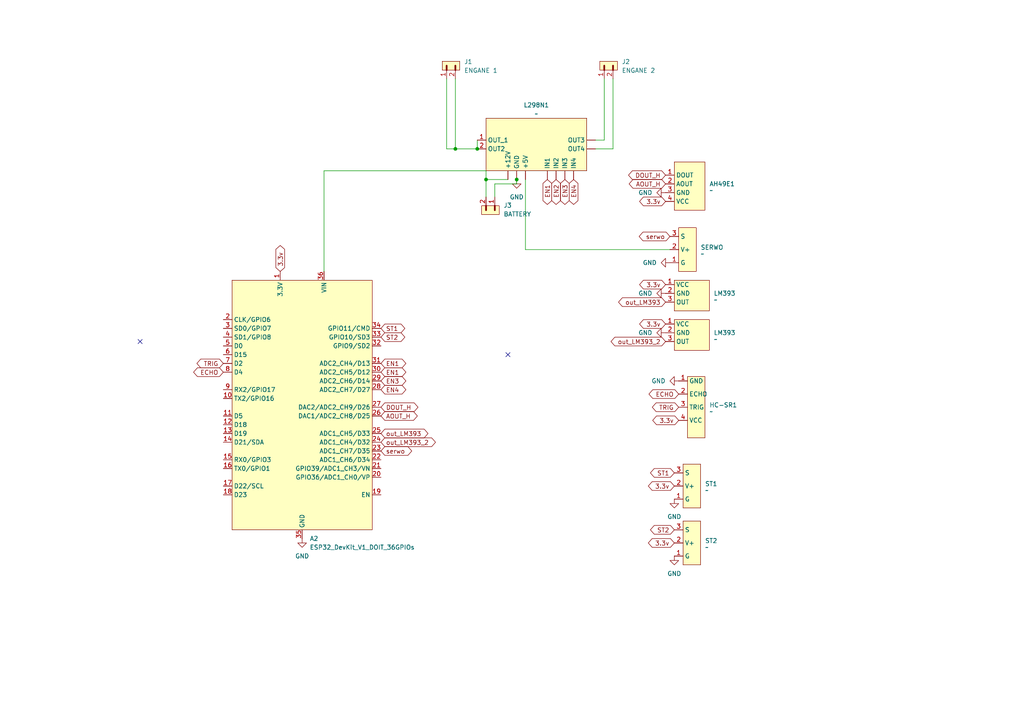
<source format=kicad_sch>
(kicad_sch
	(version 20231120)
	(generator "eeschema")
	(generator_version "8.0")
	(uuid "e45989ee-a3cd-4393-9822-d0d9550932d4")
	(paper "A4")
	(lib_symbols
		(symbol "ASE:AH49E_Hall"
			(exclude_from_sim no)
			(in_bom yes)
			(on_board yes)
			(property "Reference" "AH49E"
				(at 1.27 1.27 0)
				(effects
					(font
						(size 1.27 1.27)
					)
				)
			)
			(property "Value" ""
				(at 1.27 1.27 0)
				(effects
					(font
						(size 1.27 1.27)
					)
				)
			)
			(property "Footprint" ""
				(at 1.27 1.27 0)
				(effects
					(font
						(size 1.27 1.27)
					)
					(hide yes)
				)
			)
			(property "Datasheet" ""
				(at 1.27 1.27 0)
				(effects
					(font
						(size 1.27 1.27)
					)
					(hide yes)
				)
			)
			(property "Description" ""
				(at 1.27 1.27 0)
				(effects
					(font
						(size 1.27 1.27)
					)
					(hide yes)
				)
			)
			(symbol "AH49E_Hall_1_1"
				(rectangle
					(start -6.35 2.54)
					(end 7.62 -6.35)
					(stroke
						(width 0)
						(type default)
					)
					(fill
						(type background)
					)
				)
				(pin input line
					(at -2.54 -8.89 90)
					(length 2.54)
					(name "DOUT"
						(effects
							(font
								(size 1.27 1.27)
							)
						)
					)
					(number "1"
						(effects
							(font
								(size 1.27 1.27)
							)
						)
					)
				)
				(pin input line
					(at 0 -8.89 90)
					(length 2.54)
					(name "AOUT"
						(effects
							(font
								(size 1.27 1.27)
							)
						)
					)
					(number "2"
						(effects
							(font
								(size 1.27 1.27)
							)
						)
					)
				)
				(pin input line
					(at 2.54 -8.89 90)
					(length 2.54)
					(name "GND"
						(effects
							(font
								(size 1.27 1.27)
							)
						)
					)
					(number "3"
						(effects
							(font
								(size 1.27 1.27)
							)
						)
					)
				)
				(pin input line
					(at 5.08 -8.89 90)
					(length 2.54)
					(name "VCC"
						(effects
							(font
								(size 1.27 1.27)
							)
						)
					)
					(number "4"
						(effects
							(font
								(size 1.27 1.27)
							)
						)
					)
				)
			)
		)
		(symbol "ASE:HC-SR04"
			(exclude_from_sim no)
			(in_bom yes)
			(on_board yes)
			(property "Reference" "HC-SR1"
				(at -0.6351 3.81 90)
				(effects
					(font
						(size 1.27 1.27)
					)
					(justify left)
				)
			)
			(property "Value" "~"
				(at 1.27 3.81 90)
				(effects
					(font
						(size 1.27 1.27)
					)
					(justify left)
				)
			)
			(property "Footprint" ""
				(at 0 0 0)
				(effects
					(font
						(size 1.27 1.27)
					)
					(hide yes)
				)
			)
			(property "Datasheet" ""
				(at 0 0 0)
				(effects
					(font
						(size 1.27 1.27)
					)
					(hide yes)
				)
			)
			(property "Description" ""
				(at 0 0 0)
				(effects
					(font
						(size 1.27 1.27)
					)
					(hide yes)
				)
			)
			(symbol "HC-SR04_1_1"
				(rectangle
					(start -8.89 2.54)
					(end 8.89 -2.54)
					(stroke
						(width 0)
						(type default)
					)
					(fill
						(type background)
					)
				)
				(pin input line
					(at -7.62 -5.08 90)
					(length 2.54)
					(name "GND"
						(effects
							(font
								(size 1.27 1.27)
							)
						)
					)
					(number "1"
						(effects
							(font
								(size 1.27 1.27)
							)
						)
					)
				)
				(pin input line
					(at -3.81 -5.08 90)
					(length 2.54)
					(name "ECHO"
						(effects
							(font
								(size 1.27 1.27)
							)
						)
					)
					(number "2"
						(effects
							(font
								(size 1.27 1.27)
							)
						)
					)
				)
				(pin input line
					(at 0 -5.08 90)
					(length 2.54)
					(name "TRIG"
						(effects
							(font
								(size 1.27 1.27)
							)
						)
					)
					(number "3"
						(effects
							(font
								(size 1.27 1.27)
							)
						)
					)
				)
				(pin input line
					(at 3.81 -5.08 90)
					(length 2.54)
					(name "VCC"
						(effects
							(font
								(size 1.27 1.27)
							)
						)
					)
					(number "4"
						(effects
							(font
								(size 1.27 1.27)
							)
						)
					)
				)
			)
		)
		(symbol "ASE:LM393"
			(exclude_from_sim no)
			(in_bom yes)
			(on_board yes)
			(property "Reference" "U"
				(at 0 0 0)
				(effects
					(font
						(size 1.27 1.27)
					)
				)
			)
			(property "Value" ""
				(at 0 0 0)
				(effects
					(font
						(size 1.27 1.27)
					)
				)
			)
			(property "Footprint" ""
				(at 0 0 0)
				(effects
					(font
						(size 1.27 1.27)
					)
					(hide yes)
				)
			)
			(property "Datasheet" ""
				(at 0 0 0)
				(effects
					(font
						(size 1.27 1.27)
					)
					(hide yes)
				)
			)
			(property "Description" ""
				(at 0 0 0)
				(effects
					(font
						(size 1.27 1.27)
					)
					(hide yes)
				)
			)
			(symbol "LM393_1_1"
				(rectangle
					(start -5.08 3.81)
					(end 5.08 -5.08)
					(stroke
						(width 0)
						(type default)
					)
					(fill
						(type background)
					)
				)
				(pin input line
					(at -7.62 2.54 0)
					(length 2.54)
					(name "VCC"
						(effects
							(font
								(size 1.27 1.27)
							)
						)
					)
					(number "1"
						(effects
							(font
								(size 1.27 1.27)
							)
						)
					)
				)
				(pin input line
					(at -7.62 0 0)
					(length 2.54)
					(name "GND"
						(effects
							(font
								(size 1.27 1.27)
							)
						)
					)
					(number "2"
						(effects
							(font
								(size 1.27 1.27)
							)
						)
					)
				)
				(pin input line
					(at -7.62 -2.54 0)
					(length 2.54)
					(name "OUT"
						(effects
							(font
								(size 1.27 1.27)
							)
						)
					)
					(number "3"
						(effects
							(font
								(size 1.27 1.27)
							)
						)
					)
				)
			)
		)
		(symbol "ASE:Moduł_sterownika_L298N"
			(exclude_from_sim no)
			(in_bom yes)
			(on_board yes)
			(property "Reference" "L298N"
				(at 0 0 0)
				(effects
					(font
						(size 1.27 1.27)
					)
				)
			)
			(property "Value" ""
				(at 0 0 0)
				(effects
					(font
						(size 1.27 1.27)
					)
				)
			)
			(property "Footprint" ""
				(at 0 0 0)
				(effects
					(font
						(size 1.27 1.27)
					)
					(hide yes)
				)
			)
			(property "Datasheet" ""
				(at 0 0 0)
				(effects
					(font
						(size 1.27 1.27)
					)
					(hide yes)
				)
			)
			(property "Description" ""
				(at 0 0 0)
				(effects
					(font
						(size 1.27 1.27)
					)
					(hide yes)
				)
			)
			(symbol "Moduł_sterownika_L298N_1_1"
				(rectangle
					(start -13.97 7.62)
					(end 15.24 -7.62)
					(stroke
						(width 0)
						(type default)
					)
					(fill
						(type background)
					)
				)
				(pin input line
					(at -7.62 -10.16 90)
					(length 2.54)
					(name "+12V"
						(effects
							(font
								(size 1.27 1.27)
							)
						)
					)
					(number ""
						(effects
							(font
								(size 1.27 1.27)
							)
						)
					)
				)
				(pin input line
					(at -2.54 -10.16 90)
					(length 2.54)
					(name "+5V"
						(effects
							(font
								(size 1.27 1.27)
							)
						)
					)
					(number ""
						(effects
							(font
								(size 1.27 1.27)
							)
						)
					)
				)
				(pin input line
					(at -5.08 -10.16 90)
					(length 2.54)
					(name "GND"
						(effects
							(font
								(size 1.27 1.27)
							)
						)
					)
					(number ""
						(effects
							(font
								(size 1.27 1.27)
							)
						)
					)
				)
				(pin input line
					(at 3.81 -10.16 90)
					(length 2.54)
					(name "IN1"
						(effects
							(font
								(size 1.27 1.27)
							)
						)
					)
					(number ""
						(effects
							(font
								(size 1.27 1.27)
							)
						)
					)
				)
				(pin input line
					(at 6.35 -10.16 90)
					(length 2.54)
					(name "IN2"
						(effects
							(font
								(size 1.27 1.27)
							)
						)
					)
					(number ""
						(effects
							(font
								(size 1.27 1.27)
							)
						)
					)
				)
				(pin input line
					(at 8.89 -10.16 90)
					(length 2.54)
					(name "IN3"
						(effects
							(font
								(size 1.27 1.27)
							)
						)
					)
					(number ""
						(effects
							(font
								(size 1.27 1.27)
							)
						)
					)
				)
				(pin input line
					(at 11.43 -10.16 90)
					(length 2.54)
					(name "IN4"
						(effects
							(font
								(size 1.27 1.27)
							)
						)
					)
					(number ""
						(effects
							(font
								(size 1.27 1.27)
							)
						)
					)
				)
				(pin input line
					(at 17.78 1.27 180)
					(length 2.54)
					(name "OUT3"
						(effects
							(font
								(size 1.27 1.27)
							)
						)
					)
					(number ""
						(effects
							(font
								(size 1.27 1.27)
							)
						)
					)
				)
				(pin input line
					(at 17.78 -1.27 180)
					(length 2.54)
					(name "OUT4"
						(effects
							(font
								(size 1.27 1.27)
							)
						)
					)
					(number ""
						(effects
							(font
								(size 1.27 1.27)
							)
						)
					)
				)
				(pin input line
					(at -16.51 1.27 0)
					(length 2.54)
					(name "OUT_1"
						(effects
							(font
								(size 1.27 1.27)
							)
						)
					)
					(number "1"
						(effects
							(font
								(size 1.27 1.27)
							)
						)
					)
				)
				(pin input line
					(at -16.51 -1.27 0)
					(length 2.54)
					(name "OUT2"
						(effects
							(font
								(size 1.27 1.27)
							)
						)
					)
					(number "2"
						(effects
							(font
								(size 1.27 1.27)
							)
						)
					)
				)
			)
		)
		(symbol "ASE:ST1140"
			(exclude_from_sim no)
			(in_bom yes)
			(on_board yes)
			(property "Reference" "ST1140"
				(at 0 0 0)
				(effects
					(font
						(size 1.27 1.27)
					)
				)
			)
			(property "Value" ""
				(at 0 0 0)
				(effects
					(font
						(size 1.27 1.27)
					)
				)
			)
			(property "Footprint" ""
				(at 0 0 0)
				(effects
					(font
						(size 1.27 1.27)
					)
					(hide yes)
				)
			)
			(property "Datasheet" ""
				(at 0 0 0)
				(effects
					(font
						(size 1.27 1.27)
					)
					(hide yes)
				)
			)
			(property "Description" ""
				(at 0 0 0)
				(effects
					(font
						(size 1.27 1.27)
					)
					(hide yes)
				)
			)
			(symbol "ST1140_1_1"
				(rectangle
					(start -6.35 2.54)
					(end 6.35 -2.54)
					(stroke
						(width 0)
						(type default)
					)
					(fill
						(type background)
					)
				)
				(pin input line
					(at 3.81 -5.08 90)
					(length 2.54)
					(name "G"
						(effects
							(font
								(size 1.27 1.27)
							)
						)
					)
					(number "1"
						(effects
							(font
								(size 1.27 1.27)
							)
						)
					)
				)
				(pin input line
					(at 0 -5.08 90)
					(length 2.54)
					(name "V+"
						(effects
							(font
								(size 1.27 1.27)
							)
						)
					)
					(number "2"
						(effects
							(font
								(size 1.27 1.27)
							)
						)
					)
				)
				(pin input line
					(at -3.81 -5.08 90)
					(length 2.54)
					(name "S"
						(effects
							(font
								(size 1.27 1.27)
							)
						)
					)
					(number "3"
						(effects
							(font
								(size 1.27 1.27)
							)
						)
					)
				)
			)
		)
		(symbol "PCM_SL_Development_Board:ESP32_DevKit_V1_DOIT_36GPIOs"
			(exclude_from_sim no)
			(in_bom yes)
			(on_board yes)
			(property "Reference" "A"
				(at -13.97 36.83 0)
				(effects
					(font
						(size 1.27 1.27)
					)
				)
			)
			(property "Value" "ESP32_DevKit_V1_DOIT_36GPIOs"
				(at 0 -31.75 0)
				(effects
					(font
						(size 1.27 1.27)
					)
				)
			)
			(property "Footprint" "PCM_SL_Development_Boards:DOIT_ESP32_DEVKIT_36Pins"
				(at 1.27 -30.48 0)
				(effects
					(font
						(size 1.27 1.27)
					)
					(hide yes)
				)
			)
			(property "Datasheet" ""
				(at -13.97 36.83 0)
				(effects
					(font
						(size 1.27 1.27)
					)
					(hide yes)
				)
			)
			(property "Description" "Microcontroller module with ESP32 MCU, WiFi and Bluetooth"
				(at 0 0 0)
				(effects
					(font
						(size 1.27 1.27)
					)
					(hide yes)
				)
			)
			(property "ki_keywords" "ESP32"
				(at 0 0 0)
				(effects
					(font
						(size 1.27 1.27)
					)
					(hide yes)
				)
			)
			(symbol "ESP32_DevKit_V1_DOIT_36GPIOs_0_1"
				(rectangle
					(start -20.32 34.29)
					(end 20.32 -38.1)
					(stroke
						(width 0)
						(type default)
					)
					(fill
						(type background)
					)
				)
			)
			(symbol "ESP32_DevKit_V1_DOIT_36GPIOs_1_1"
				(pin power_in line
					(at -6.35 36.83 270)
					(length 2.54)
					(name "3.3V"
						(effects
							(font
								(size 1.27 1.27)
							)
						)
					)
					(number "1"
						(effects
							(font
								(size 1.27 1.27)
							)
						)
					)
				)
				(pin bidirectional line
					(at -22.86 0 0)
					(length 2.54)
					(name "TX2/GPIO16"
						(effects
							(font
								(size 1.27 1.27)
							)
						)
					)
					(number "10"
						(effects
							(font
								(size 1.27 1.27)
							)
						)
					)
				)
				(pin bidirectional line
					(at -22.86 -5.08 0)
					(length 2.54)
					(name "D5"
						(effects
							(font
								(size 1.27 1.27)
							)
						)
					)
					(number "11"
						(effects
							(font
								(size 1.27 1.27)
							)
						)
					)
				)
				(pin bidirectional line
					(at -22.86 -7.62 0)
					(length 2.54)
					(name "D18"
						(effects
							(font
								(size 1.27 1.27)
							)
						)
					)
					(number "12"
						(effects
							(font
								(size 1.27 1.27)
							)
						)
					)
				)
				(pin bidirectional line
					(at -22.86 -10.16 0)
					(length 2.54)
					(name "D19"
						(effects
							(font
								(size 1.27 1.27)
							)
						)
					)
					(number "13"
						(effects
							(font
								(size 1.27 1.27)
							)
						)
					)
				)
				(pin bidirectional line
					(at -22.86 -12.7 0)
					(length 2.54)
					(name "D21/SDA"
						(effects
							(font
								(size 1.27 1.27)
							)
						)
					)
					(number "14"
						(effects
							(font
								(size 1.27 1.27)
							)
						)
					)
				)
				(pin bidirectional line
					(at -22.86 -17.78 0)
					(length 2.54)
					(name "RX0/GPIO3"
						(effects
							(font
								(size 1.27 1.27)
							)
						)
					)
					(number "15"
						(effects
							(font
								(size 1.27 1.27)
							)
						)
					)
				)
				(pin bidirectional line
					(at -22.86 -20.32 0)
					(length 2.54)
					(name "TX0/GPIO1"
						(effects
							(font
								(size 1.27 1.27)
							)
						)
					)
					(number "16"
						(effects
							(font
								(size 1.27 1.27)
							)
						)
					)
				)
				(pin bidirectional line
					(at -22.86 -25.4 0)
					(length 2.54)
					(name "D22/SCL"
						(effects
							(font
								(size 1.27 1.27)
							)
						)
					)
					(number "17"
						(effects
							(font
								(size 1.27 1.27)
							)
						)
					)
				)
				(pin bidirectional line
					(at -22.86 -27.94 0)
					(length 2.54)
					(name "D23"
						(effects
							(font
								(size 1.27 1.27)
							)
						)
					)
					(number "18"
						(effects
							(font
								(size 1.27 1.27)
							)
						)
					)
				)
				(pin bidirectional line
					(at 22.86 -27.94 180)
					(length 2.54)
					(name "EN"
						(effects
							(font
								(size 1.27 1.27)
							)
						)
					)
					(number "19"
						(effects
							(font
								(size 1.27 1.27)
							)
						)
					)
				)
				(pin bidirectional line
					(at -22.86 22.86 0)
					(length 2.54)
					(name "CLK/GPIO6"
						(effects
							(font
								(size 1.27 1.27)
							)
						)
					)
					(number "2"
						(effects
							(font
								(size 1.27 1.27)
							)
						)
					)
				)
				(pin bidirectional line
					(at 22.86 -22.86 180)
					(length 2.54)
					(name "GPIO36/ADC1_CH0/VP"
						(effects
							(font
								(size 1.27 1.27)
							)
						)
					)
					(number "20"
						(effects
							(font
								(size 1.27 1.27)
							)
						)
					)
				)
				(pin bidirectional line
					(at 22.86 -20.32 180)
					(length 2.54)
					(name "GPIO39/ADC1_CH3/VN"
						(effects
							(font
								(size 1.27 1.27)
							)
						)
					)
					(number "21"
						(effects
							(font
								(size 1.27 1.27)
							)
						)
					)
				)
				(pin bidirectional line
					(at 22.86 -17.78 180)
					(length 2.54)
					(name "ADC1_CH6/D34"
						(effects
							(font
								(size 1.27 1.27)
							)
						)
					)
					(number "22"
						(effects
							(font
								(size 1.27 1.27)
							)
						)
					)
				)
				(pin bidirectional line
					(at 22.86 -15.24 180)
					(length 2.54)
					(name "ADC1_CH7/D35"
						(effects
							(font
								(size 1.27 1.27)
							)
						)
					)
					(number "23"
						(effects
							(font
								(size 1.27 1.27)
							)
						)
					)
				)
				(pin bidirectional line
					(at 22.86 -12.7 180)
					(length 2.54)
					(name "ADC1_CH4/D32"
						(effects
							(font
								(size 1.27 1.27)
							)
						)
					)
					(number "24"
						(effects
							(font
								(size 1.27 1.27)
							)
						)
					)
				)
				(pin bidirectional line
					(at 22.86 -10.16 180)
					(length 2.54)
					(name "ADC1_CH5/D33"
						(effects
							(font
								(size 1.27 1.27)
							)
						)
					)
					(number "25"
						(effects
							(font
								(size 1.27 1.27)
							)
						)
					)
				)
				(pin bidirectional line
					(at 22.86 -5.08 180)
					(length 2.54)
					(name "DAC1/ADC2_CH8/D25"
						(effects
							(font
								(size 1.27 1.27)
							)
						)
					)
					(number "26"
						(effects
							(font
								(size 1.27 1.27)
							)
						)
					)
				)
				(pin bidirectional line
					(at 22.86 -2.54 180)
					(length 2.54)
					(name "DAC2/ADC2_CH9/D26"
						(effects
							(font
								(size 1.27 1.27)
							)
						)
					)
					(number "27"
						(effects
							(font
								(size 1.27 1.27)
							)
						)
					)
				)
				(pin bidirectional line
					(at 22.86 2.54 180)
					(length 2.54)
					(name "ADC2_CH7/D27"
						(effects
							(font
								(size 1.27 1.27)
							)
						)
					)
					(number "28"
						(effects
							(font
								(size 1.27 1.27)
							)
						)
					)
				)
				(pin bidirectional line
					(at 22.86 5.08 180)
					(length 2.54)
					(name "ADC2_CH6/D14"
						(effects
							(font
								(size 1.27 1.27)
							)
						)
					)
					(number "29"
						(effects
							(font
								(size 1.27 1.27)
							)
						)
					)
				)
				(pin bidirectional line
					(at -22.86 20.32 0)
					(length 2.54)
					(name "SD0/GPIO7"
						(effects
							(font
								(size 1.27 1.27)
							)
						)
					)
					(number "3"
						(effects
							(font
								(size 1.27 1.27)
							)
						)
					)
				)
				(pin bidirectional line
					(at 22.86 7.62 180)
					(length 2.54)
					(name "ADC2_CH5/D12"
						(effects
							(font
								(size 1.27 1.27)
							)
						)
					)
					(number "30"
						(effects
							(font
								(size 1.27 1.27)
							)
						)
					)
				)
				(pin bidirectional line
					(at 22.86 10.16 180)
					(length 2.54)
					(name "ADC2_CH4/D13"
						(effects
							(font
								(size 1.27 1.27)
							)
						)
					)
					(number "31"
						(effects
							(font
								(size 1.27 1.27)
							)
						)
					)
				)
				(pin bidirectional line
					(at 22.86 15.24 180)
					(length 2.54)
					(name "GPIO9/SD2"
						(effects
							(font
								(size 1.27 1.27)
							)
						)
					)
					(number "32"
						(effects
							(font
								(size 1.27 1.27)
							)
						)
					)
				)
				(pin bidirectional line
					(at 22.86 17.78 180)
					(length 2.54)
					(name "GPIO10/SD3"
						(effects
							(font
								(size 1.27 1.27)
							)
						)
					)
					(number "33"
						(effects
							(font
								(size 1.27 1.27)
							)
						)
					)
				)
				(pin bidirectional line
					(at 22.86 20.32 180)
					(length 2.54)
					(name "GPIO11/CMD"
						(effects
							(font
								(size 1.27 1.27)
							)
						)
					)
					(number "34"
						(effects
							(font
								(size 1.27 1.27)
							)
						)
					)
				)
				(pin power_out line
					(at 0 -40.64 90)
					(length 2.54)
					(name "GND"
						(effects
							(font
								(size 1.27 1.27)
							)
						)
					)
					(number "35"
						(effects
							(font
								(size 1.27 1.27)
							)
						)
					)
				)
				(pin power_in line
					(at 6.35 36.83 270)
					(length 2.54)
					(name "VIN"
						(effects
							(font
								(size 1.27 1.27)
							)
						)
					)
					(number "36"
						(effects
							(font
								(size 1.27 1.27)
							)
						)
					)
				)
				(pin bidirectional line
					(at -22.86 17.78 0)
					(length 2.54)
					(name "SD1/GPIO8"
						(effects
							(font
								(size 1.27 1.27)
							)
						)
					)
					(number "4"
						(effects
							(font
								(size 1.27 1.27)
							)
						)
					)
				)
				(pin bidirectional line
					(at -22.86 15.24 0)
					(length 2.54)
					(name "D0"
						(effects
							(font
								(size 1.27 1.27)
							)
						)
					)
					(number "5"
						(effects
							(font
								(size 1.27 1.27)
							)
						)
					)
				)
				(pin bidirectional line
					(at -22.86 12.7 0)
					(length 2.54)
					(name "D15"
						(effects
							(font
								(size 1.27 1.27)
							)
						)
					)
					(number "6"
						(effects
							(font
								(size 1.27 1.27)
							)
						)
					)
				)
				(pin bidirectional line
					(at -22.86 10.16 0)
					(length 2.54)
					(name "D2"
						(effects
							(font
								(size 1.27 1.27)
							)
						)
					)
					(number "7"
						(effects
							(font
								(size 1.27 1.27)
							)
						)
					)
				)
				(pin bidirectional line
					(at -22.86 7.62 0)
					(length 2.54)
					(name "D4"
						(effects
							(font
								(size 1.27 1.27)
							)
						)
					)
					(number "8"
						(effects
							(font
								(size 1.27 1.27)
							)
						)
					)
				)
				(pin bidirectional line
					(at -22.86 2.54 0)
					(length 2.54)
					(name "RX2/GPIO17"
						(effects
							(font
								(size 1.27 1.27)
							)
						)
					)
					(number "9"
						(effects
							(font
								(size 1.27 1.27)
							)
						)
					)
				)
			)
		)
		(symbol "PCM_SL_Pin_Headers:PINHD_1x2_Male"
			(exclude_from_sim no)
			(in_bom yes)
			(on_board yes)
			(property "Reference" "J"
				(at 0 6.35 0)
				(effects
					(font
						(size 1.27 1.27)
					)
				)
			)
			(property "Value" "PINHD_1x2_Male"
				(at 0 3.81 0)
				(effects
					(font
						(size 1.27 1.27)
					)
				)
			)
			(property "Footprint" "Connector_PinHeader_2.54mm:PinHeader_1x02_P2.54mm_Vertical"
				(at 1.27 -3.81 0)
				(effects
					(font
						(size 1.27 1.27)
					)
					(hide yes)
				)
			)
			(property "Datasheet" ""
				(at 0 7.62 0)
				(effects
					(font
						(size 1.27 1.27)
					)
					(hide yes)
				)
			)
			(property "Description" "Pin Header male with pin space 2.54mm. Pin Count -2"
				(at 0 0 0)
				(effects
					(font
						(size 1.27 1.27)
					)
					(hide yes)
				)
			)
			(property "ki_keywords" "Pin Header"
				(at 0 0 0)
				(effects
					(font
						(size 1.27 1.27)
					)
					(hide yes)
				)
			)
			(property "ki_fp_filters" "PinHeader_1x02_P2.54mm*"
				(at 0 0 0)
				(effects
					(font
						(size 1.27 1.27)
					)
					(hide yes)
				)
			)
			(symbol "PINHD_1x2_Male_0_1"
				(rectangle
					(start -1.27 2.54)
					(end 1.27 -2.54)
					(stroke
						(width 0)
						(type default)
					)
					(fill
						(type background)
					)
				)
				(polyline
					(pts
						(xy -1.27 -1.27) (xy 0 -1.27)
					)
					(stroke
						(width 0.3)
						(type default)
					)
					(fill
						(type none)
					)
				)
				(polyline
					(pts
						(xy -1.27 -1.27) (xy 0 -1.27)
					)
					(stroke
						(width 0.5)
						(type default)
					)
					(fill
						(type none)
					)
				)
				(polyline
					(pts
						(xy -1.27 1.27) (xy 0 1.27)
					)
					(stroke
						(width 0.3)
						(type default)
					)
					(fill
						(type none)
					)
				)
				(polyline
					(pts
						(xy -1.27 1.27) (xy 0 1.27)
					)
					(stroke
						(width 0.5)
						(type default)
					)
					(fill
						(type none)
					)
				)
			)
			(symbol "PINHD_1x2_Male_1_1"
				(pin passive line
					(at -3.81 1.27 0)
					(length 2.54)
					(name ""
						(effects
							(font
								(size 1.27 1.27)
							)
						)
					)
					(number "1"
						(effects
							(font
								(size 1.27 1.27)
							)
						)
					)
				)
				(pin passive line
					(at -3.81 -1.27 0)
					(length 2.54)
					(name ""
						(effects
							(font
								(size 1.27 1.27)
							)
						)
					)
					(number "2"
						(effects
							(font
								(size 1.27 1.27)
							)
						)
					)
				)
			)
		)
		(symbol "power:GND"
			(power)
			(pin_numbers hide)
			(pin_names
				(offset 0) hide)
			(exclude_from_sim no)
			(in_bom yes)
			(on_board yes)
			(property "Reference" "#PWR"
				(at 0 -6.35 0)
				(effects
					(font
						(size 1.27 1.27)
					)
					(hide yes)
				)
			)
			(property "Value" "GND"
				(at 0 -3.81 0)
				(effects
					(font
						(size 1.27 1.27)
					)
				)
			)
			(property "Footprint" ""
				(at 0 0 0)
				(effects
					(font
						(size 1.27 1.27)
					)
					(hide yes)
				)
			)
			(property "Datasheet" ""
				(at 0 0 0)
				(effects
					(font
						(size 1.27 1.27)
					)
					(hide yes)
				)
			)
			(property "Description" "Power symbol creates a global label with name \"GND\" , ground"
				(at 0 0 0)
				(effects
					(font
						(size 1.27 1.27)
					)
					(hide yes)
				)
			)
			(property "ki_keywords" "global power"
				(at 0 0 0)
				(effects
					(font
						(size 1.27 1.27)
					)
					(hide yes)
				)
			)
			(symbol "GND_0_1"
				(polyline
					(pts
						(xy 0 0) (xy 0 -1.27) (xy 1.27 -1.27) (xy 0 -2.54) (xy -1.27 -1.27) (xy 0 -1.27)
					)
					(stroke
						(width 0)
						(type default)
					)
					(fill
						(type none)
					)
				)
			)
			(symbol "GND_1_1"
				(pin power_in line
					(at 0 0 270)
					(length 0)
					(name "~"
						(effects
							(font
								(size 1.27 1.27)
							)
						)
					)
					(number "1"
						(effects
							(font
								(size 1.27 1.27)
							)
						)
					)
				)
			)
		)
	)
	(junction
		(at 138.43 43.18)
		(diameter 0)
		(color 0 0 0 0)
		(uuid "32ce97e9-44d3-44bf-93b2-1348bc17e605")
	)
	(junction
		(at 140.97 52.07)
		(diameter 0)
		(color 0 0 0 0)
		(uuid "3e98bd5d-2ce9-49bd-8cd2-722995ddf6e3")
	)
	(junction
		(at 149.86 52.07)
		(diameter 0)
		(color 0 0 0 0)
		(uuid "8cb12416-7865-455a-8ceb-7c2aec120c5e")
	)
	(junction
		(at 132.08 43.18)
		(diameter 0)
		(color 0 0 0 0)
		(uuid "951c57f8-502f-4ce0-9794-b7c6f0ec83ea")
	)
	(no_connect
		(at 147.32 102.87)
		(uuid "9e5f9e3e-646c-4086-bd65-459c995752c4")
	)
	(no_connect
		(at 40.64 99.06)
		(uuid "f39f3bf3-2fb0-48c2-9500-3355c3073608")
	)
	(wire
		(pts
			(xy 152.4 72.39) (xy 194.31 72.39)
		)
		(stroke
			(width 0)
			(type default)
		)
		(uuid "0ad8ca43-1730-4377-a18c-c08ae964ba80")
	)
	(wire
		(pts
			(xy 175.26 40.64) (xy 172.72 40.64)
		)
		(stroke
			(width 0)
			(type default)
		)
		(uuid "0e5accaf-111e-4745-b959-ab6b5afe01b1")
	)
	(wire
		(pts
			(xy 132.08 43.18) (xy 129.54 43.18)
		)
		(stroke
			(width 0)
			(type default)
		)
		(uuid "2eeaeb4b-33ec-4c04-945a-45f6d371ae6a")
	)
	(wire
		(pts
			(xy 152.4 52.07) (xy 152.4 72.39)
		)
		(stroke
			(width 0)
			(type default)
		)
		(uuid "3893b722-c3d9-4569-a67d-2c4e7398954f")
	)
	(wire
		(pts
			(xy 177.8 43.18) (xy 177.8 22.86)
		)
		(stroke
			(width 0)
			(type default)
		)
		(uuid "439934dc-bdfe-44d3-a39a-f3117069b2d9")
	)
	(wire
		(pts
			(xy 93.98 49.53) (xy 93.98 78.74)
		)
		(stroke
			(width 0)
			(type default)
		)
		(uuid "4846144d-ccb5-4f9f-a787-d8af0209ea1e")
	)
	(wire
		(pts
			(xy 140.97 52.07) (xy 140.97 57.15)
		)
		(stroke
			(width 0)
			(type default)
		)
		(uuid "4ea1fa6d-ef9a-4331-b37b-cc5f0418e4d2")
	)
	(wire
		(pts
			(xy 129.54 43.18) (xy 129.54 22.86)
		)
		(stroke
			(width 0)
			(type default)
		)
		(uuid "665b4124-e175-4758-a3a5-61dd9f44cfd3")
	)
	(wire
		(pts
			(xy 149.86 53.34) (xy 149.86 52.07)
		)
		(stroke
			(width 0)
			(type default)
		)
		(uuid "6cae6095-591d-4f48-80c6-efe17bd9b96e")
	)
	(wire
		(pts
			(xy 93.98 49.53) (xy 140.97 49.53)
		)
		(stroke
			(width 0)
			(type default)
		)
		(uuid "8c09c96e-7f67-4690-8af4-dd7219d3a47d")
	)
	(wire
		(pts
			(xy 143.51 57.15) (xy 143.51 53.34)
		)
		(stroke
			(width 0)
			(type default)
		)
		(uuid "8e4add14-ca55-4aca-856d-a64b20000f56")
	)
	(wire
		(pts
			(xy 132.08 22.86) (xy 132.08 43.18)
		)
		(stroke
			(width 0)
			(type default)
		)
		(uuid "ac4756e0-a7b6-401c-a876-6bb52faa3766")
	)
	(wire
		(pts
			(xy 138.43 43.18) (xy 132.08 43.18)
		)
		(stroke
			(width 0)
			(type default)
		)
		(uuid "b70d95d9-a264-46f0-9e7f-eafb748bb449")
	)
	(wire
		(pts
			(xy 140.97 49.53) (xy 140.97 52.07)
		)
		(stroke
			(width 0)
			(type default)
		)
		(uuid "be5b6dfa-0f68-4369-843e-acc953ddeef1")
	)
	(wire
		(pts
			(xy 143.51 53.34) (xy 149.86 53.34)
		)
		(stroke
			(width 0)
			(type default)
		)
		(uuid "d6c72c79-7827-423e-ade3-c63d53cb42ec")
	)
	(wire
		(pts
			(xy 138.43 43.18) (xy 138.43 40.64)
		)
		(stroke
			(width 0)
			(type default)
		)
		(uuid "de31926d-16ca-4751-b062-1ffbed6711e8")
	)
	(wire
		(pts
			(xy 172.72 43.18) (xy 177.8 43.18)
		)
		(stroke
			(width 0)
			(type default)
		)
		(uuid "e3eb66c5-db46-484a-aa65-92c723ff361a")
	)
	(wire
		(pts
			(xy 140.97 52.07) (xy 147.32 52.07)
		)
		(stroke
			(width 0)
			(type default)
		)
		(uuid "ee80290e-f8bd-4327-b782-dc152db8770e")
	)
	(wire
		(pts
			(xy 175.26 40.64) (xy 175.26 22.86)
		)
		(stroke
			(width 0)
			(type default)
		)
		(uuid "f38ca134-3771-405f-8ff5-6b2062cbe1a0")
	)
	(global_label "AOUT_H"
		(shape bidirectional)
		(at 193.04 53.34 180)
		(fields_autoplaced yes)
		(effects
			(font
				(size 1.27 1.27)
			)
			(justify right)
		)
		(uuid "0035e789-798e-4d64-a8b0-e16fa277412f")
		(property "Intersheetrefs" "${INTERSHEET_REFS}"
			(at 181.9282 53.34 0)
			(effects
				(font
					(size 1.27 1.27)
				)
				(justify right)
				(hide yes)
			)
		)
	)
	(global_label "3.3v"
		(shape bidirectional)
		(at 196.85 121.92 180)
		(fields_autoplaced yes)
		(effects
			(font
				(size 1.27 1.27)
			)
			(justify right)
		)
		(uuid "0c84fbc9-a917-490e-b460-9fc89194ec1e")
		(property "Intersheetrefs" "${INTERSHEET_REFS}"
			(at 188.7621 121.92 0)
			(effects
				(font
					(size 1.27 1.27)
				)
				(justify right)
				(hide yes)
			)
		)
	)
	(global_label "3.3v"
		(shape bidirectional)
		(at 81.28 78.74 90)
		(fields_autoplaced yes)
		(effects
			(font
				(size 1.27 1.27)
			)
			(justify left)
		)
		(uuid "1b599878-ac3b-4d34-9265-017deab92546")
		(property "Intersheetrefs" "${INTERSHEET_REFS}"
			(at 81.28 70.6521 90)
			(effects
				(font
					(size 1.27 1.27)
				)
				(justify left)
				(hide yes)
			)
		)
	)
	(global_label "ST2"
		(shape bidirectional)
		(at 110.49 97.79 0)
		(fields_autoplaced yes)
		(effects
			(font
				(size 1.27 1.27)
			)
			(justify left)
		)
		(uuid "1c3f36d7-faa4-41af-bfad-7ff014db7039")
		(property "Intersheetrefs" "${INTERSHEET_REFS}"
			(at 117.9731 97.79 0)
			(effects
				(font
					(size 1.27 1.27)
				)
				(justify left)
				(hide yes)
			)
		)
	)
	(global_label "TRIG"
		(shape bidirectional)
		(at 196.85 118.11 180)
		(fields_autoplaced yes)
		(effects
			(font
				(size 1.27 1.27)
			)
			(justify right)
		)
		(uuid "1cb8fb9a-eeca-4ee3-b8ee-5c747a32a580")
		(property "Intersheetrefs" "${INTERSHEET_REFS}"
			(at 188.6411 118.11 0)
			(effects
				(font
					(size 1.27 1.27)
				)
				(justify right)
				(hide yes)
			)
		)
	)
	(global_label "TRIG"
		(shape bidirectional)
		(at 64.77 105.41 180)
		(fields_autoplaced yes)
		(effects
			(font
				(size 1.27 1.27)
			)
			(justify right)
		)
		(uuid "25983c58-95ba-40a6-9827-3f2ae8f9e604")
		(property "Intersheetrefs" "${INTERSHEET_REFS}"
			(at 56.5611 105.41 0)
			(effects
				(font
					(size 1.27 1.27)
				)
				(justify right)
				(hide yes)
			)
		)
	)
	(global_label "ST1"
		(shape bidirectional)
		(at 110.49 95.25 0)
		(fields_autoplaced yes)
		(effects
			(font
				(size 1.27 1.27)
			)
			(justify left)
		)
		(uuid "2721b6a3-b818-4cc8-a7a9-3a97bdf25071")
		(property "Intersheetrefs" "${INTERSHEET_REFS}"
			(at 117.9731 95.25 0)
			(effects
				(font
					(size 1.27 1.27)
				)
				(justify left)
				(hide yes)
			)
		)
	)
	(global_label "AOUT_H"
		(shape bidirectional)
		(at 110.49 120.65 0)
		(fields_autoplaced yes)
		(effects
			(font
				(size 1.27 1.27)
			)
			(justify left)
		)
		(uuid "2e912d1f-5de8-460a-9f08-1b4c5befabff")
		(property "Intersheetrefs" "${INTERSHEET_REFS}"
			(at 121.6018 120.65 0)
			(effects
				(font
					(size 1.27 1.27)
				)
				(justify left)
				(hide yes)
			)
		)
	)
	(global_label "serwo"
		(shape bidirectional)
		(at 194.31 68.58 180)
		(fields_autoplaced yes)
		(effects
			(font
				(size 1.27 1.27)
			)
			(justify right)
		)
		(uuid "381a3be5-5440-4897-bc15-1c2c8adf4d10")
		(property "Intersheetrefs" "${INTERSHEET_REFS}"
			(at 184.8311 68.58 0)
			(effects
				(font
					(size 1.27 1.27)
				)
				(justify right)
				(hide yes)
			)
		)
	)
	(global_label "EN1"
		(shape bidirectional)
		(at 110.49 105.41 0)
		(fields_autoplaced yes)
		(effects
			(font
				(size 1.27 1.27)
			)
			(justify left)
		)
		(uuid "3a039593-de38-4c8d-8a6e-c07c76d3bc21")
		(property "Intersheetrefs" "${INTERSHEET_REFS}"
			(at 118.2755 105.41 0)
			(effects
				(font
					(size 1.27 1.27)
				)
				(justify left)
				(hide yes)
			)
		)
	)
	(global_label "out_LM393_2"
		(shape bidirectional)
		(at 110.49 128.27 0)
		(fields_autoplaced yes)
		(effects
			(font
				(size 1.27 1.27)
			)
			(justify left)
		)
		(uuid "3c4753d5-4a81-4a98-aca9-cb0439d0522e")
		(property "Intersheetrefs" "${INTERSHEET_REFS}"
			(at 126.8629 128.27 0)
			(effects
				(font
					(size 1.27 1.27)
				)
				(justify left)
				(hide yes)
			)
		)
	)
	(global_label "out_LM393_2"
		(shape bidirectional)
		(at 193.04 99.06 180)
		(fields_autoplaced yes)
		(effects
			(font
				(size 1.27 1.27)
			)
			(justify right)
		)
		(uuid "3ed1668e-5504-4351-bdc4-059a9d60a4d3")
		(property "Intersheetrefs" "${INTERSHEET_REFS}"
			(at 176.6671 99.06 0)
			(effects
				(font
					(size 1.27 1.27)
				)
				(justify right)
				(hide yes)
			)
		)
	)
	(global_label "3.3v"
		(shape bidirectional)
		(at 193.04 58.42 180)
		(fields_autoplaced yes)
		(effects
			(font
				(size 1.27 1.27)
			)
			(justify right)
		)
		(uuid "42d311f1-aea3-4a26-8569-3afa75764cfd")
		(property "Intersheetrefs" "${INTERSHEET_REFS}"
			(at 184.9521 58.42 0)
			(effects
				(font
					(size 1.27 1.27)
				)
				(justify right)
				(hide yes)
			)
		)
	)
	(global_label "EN3"
		(shape bidirectional)
		(at 163.83 52.07 270)
		(fields_autoplaced yes)
		(effects
			(font
				(size 1.27 1.27)
			)
			(justify right)
		)
		(uuid "4851723a-3cce-4241-8603-60281f5c8df5")
		(property "Intersheetrefs" "${INTERSHEET_REFS}"
			(at 163.83 59.8555 90)
			(effects
				(font
					(size 1.27 1.27)
				)
				(justify right)
				(hide yes)
			)
		)
	)
	(global_label "3.3v"
		(shape bidirectional)
		(at 195.58 157.48 180)
		(fields_autoplaced yes)
		(effects
			(font
				(size 1.27 1.27)
			)
			(justify right)
		)
		(uuid "54450c34-dd4d-42df-83a5-bd7d88eb6e42")
		(property "Intersheetrefs" "${INTERSHEET_REFS}"
			(at 187.4921 157.48 0)
			(effects
				(font
					(size 1.27 1.27)
				)
				(justify right)
				(hide yes)
			)
		)
	)
	(global_label "3.3v"
		(shape bidirectional)
		(at 193.04 93.98 180)
		(fields_autoplaced yes)
		(effects
			(font
				(size 1.27 1.27)
			)
			(justify right)
		)
		(uuid "58c34afa-3d2a-4473-9855-4e0c3928e763")
		(property "Intersheetrefs" "${INTERSHEET_REFS}"
			(at 184.9521 93.98 0)
			(effects
				(font
					(size 1.27 1.27)
				)
				(justify right)
				(hide yes)
			)
		)
	)
	(global_label "3.3v"
		(shape bidirectional)
		(at 195.58 140.97 180)
		(fields_autoplaced yes)
		(effects
			(font
				(size 1.27 1.27)
			)
			(justify right)
		)
		(uuid "5f348b43-e98e-4dca-9220-d9dadc3a7a91")
		(property "Intersheetrefs" "${INTERSHEET_REFS}"
			(at 187.4921 140.97 0)
			(effects
				(font
					(size 1.27 1.27)
				)
				(justify right)
				(hide yes)
			)
		)
	)
	(global_label "EN1"
		(shape bidirectional)
		(at 158.75 52.07 270)
		(fields_autoplaced yes)
		(effects
			(font
				(size 1.27 1.27)
			)
			(justify right)
		)
		(uuid "70f9211f-f6af-4b95-9486-f25e3997bf51")
		(property "Intersheetrefs" "${INTERSHEET_REFS}"
			(at 158.75 59.8555 90)
			(effects
				(font
					(size 1.27 1.27)
				)
				(justify right)
				(hide yes)
			)
		)
	)
	(global_label "EN2"
		(shape bidirectional)
		(at 161.29 52.07 270)
		(fields_autoplaced yes)
		(effects
			(font
				(size 1.27 1.27)
			)
			(justify right)
		)
		(uuid "72b9c37f-bf4d-4a3c-84ba-b535264b893e")
		(property "Intersheetrefs" "${INTERSHEET_REFS}"
			(at 161.29 59.8555 90)
			(effects
				(font
					(size 1.27 1.27)
				)
				(justify right)
				(hide yes)
			)
		)
	)
	(global_label "out_LM393"
		(shape bidirectional)
		(at 193.04 87.63 180)
		(fields_autoplaced yes)
		(effects
			(font
				(size 1.27 1.27)
			)
			(justify right)
		)
		(uuid "8e187393-3bc4-42b7-9dfb-3a0c8a0a46a1")
		(property "Intersheetrefs" "${INTERSHEET_REFS}"
			(at 178.8442 87.63 0)
			(effects
				(font
					(size 1.27 1.27)
				)
				(justify right)
				(hide yes)
			)
		)
	)
	(global_label "ST1"
		(shape bidirectional)
		(at 195.58 137.16 180)
		(fields_autoplaced yes)
		(effects
			(font
				(size 1.27 1.27)
			)
			(justify right)
		)
		(uuid "a2ad9a76-5fbf-4d62-8da7-ef8bc8d40956")
		(property "Intersheetrefs" "${INTERSHEET_REFS}"
			(at 188.0969 137.16 0)
			(effects
				(font
					(size 1.27 1.27)
				)
				(justify right)
				(hide yes)
			)
		)
	)
	(global_label "3.3v"
		(shape bidirectional)
		(at 193.04 82.55 180)
		(fields_autoplaced yes)
		(effects
			(font
				(size 1.27 1.27)
			)
			(justify right)
		)
		(uuid "a67fe7e6-2a8c-4992-b969-d51484fb0292")
		(property "Intersheetrefs" "${INTERSHEET_REFS}"
			(at 184.9521 82.55 0)
			(effects
				(font
					(size 1.27 1.27)
				)
				(justify right)
				(hide yes)
			)
		)
	)
	(global_label "EN4"
		(shape bidirectional)
		(at 110.49 113.03 0)
		(fields_autoplaced yes)
		(effects
			(font
				(size 1.27 1.27)
			)
			(justify left)
		)
		(uuid "bef22466-887d-4694-92e3-da9fa68fe1bc")
		(property "Intersheetrefs" "${INTERSHEET_REFS}"
			(at 118.2755 113.03 0)
			(effects
				(font
					(size 1.27 1.27)
				)
				(justify left)
				(hide yes)
			)
		)
	)
	(global_label "DOUT_H"
		(shape bidirectional)
		(at 110.49 118.11 0)
		(fields_autoplaced yes)
		(effects
			(font
				(size 1.27 1.27)
			)
			(justify left)
		)
		(uuid "c1b7bc0b-a86f-430b-845c-08765eb3ee01")
		(property "Intersheetrefs" "${INTERSHEET_REFS}"
			(at 121.7832 118.11 0)
			(effects
				(font
					(size 1.27 1.27)
				)
				(justify left)
				(hide yes)
			)
		)
	)
	(global_label "ST2"
		(shape bidirectional)
		(at 195.58 153.67 180)
		(fields_autoplaced yes)
		(effects
			(font
				(size 1.27 1.27)
			)
			(justify right)
		)
		(uuid "c2358203-571a-45eb-87bf-a503b9823fcf")
		(property "Intersheetrefs" "${INTERSHEET_REFS}"
			(at 188.0969 153.67 0)
			(effects
				(font
					(size 1.27 1.27)
				)
				(justify right)
				(hide yes)
			)
		)
	)
	(global_label "EN3"
		(shape bidirectional)
		(at 110.49 110.49 0)
		(fields_autoplaced yes)
		(effects
			(font
				(size 1.27 1.27)
			)
			(justify left)
		)
		(uuid "d22b2db2-7351-4581-8761-35bedf0bd332")
		(property "Intersheetrefs" "${INTERSHEET_REFS}"
			(at 118.2755 110.49 0)
			(effects
				(font
					(size 1.27 1.27)
				)
				(justify left)
				(hide yes)
			)
		)
	)
	(global_label "ECHO"
		(shape bidirectional)
		(at 196.85 114.3 180)
		(fields_autoplaced yes)
		(effects
			(font
				(size 1.27 1.27)
			)
			(justify right)
		)
		(uuid "da1c0b16-d554-4dea-8cf1-edaaac864d9d")
		(property "Intersheetrefs" "${INTERSHEET_REFS}"
			(at 187.6735 114.3 0)
			(effects
				(font
					(size 1.27 1.27)
				)
				(justify right)
				(hide yes)
			)
		)
	)
	(global_label "DOUT_H"
		(shape bidirectional)
		(at 193.04 50.8 180)
		(fields_autoplaced yes)
		(effects
			(font
				(size 1.27 1.27)
			)
			(justify right)
		)
		(uuid "dc918d40-9c62-4f21-9127-648c6d1dd0b3")
		(property "Intersheetrefs" "${INTERSHEET_REFS}"
			(at 181.7468 50.8 0)
			(effects
				(font
					(size 1.27 1.27)
				)
				(justify right)
				(hide yes)
			)
		)
	)
	(global_label "EN1"
		(shape bidirectional)
		(at 110.49 107.95 0)
		(fields_autoplaced yes)
		(effects
			(font
				(size 1.27 1.27)
			)
			(justify left)
		)
		(uuid "dfd85726-07d7-45cd-b195-b66ac3c55e08")
		(property "Intersheetrefs" "${INTERSHEET_REFS}"
			(at 118.2755 107.95 0)
			(effects
				(font
					(size 1.27 1.27)
				)
				(justify left)
				(hide yes)
			)
		)
	)
	(global_label "ECHO"
		(shape bidirectional)
		(at 64.77 107.95 180)
		(fields_autoplaced yes)
		(effects
			(font
				(size 1.27 1.27)
			)
			(justify right)
		)
		(uuid "f096f79c-0891-4492-bff7-8ad5f75a65e6")
		(property "Intersheetrefs" "${INTERSHEET_REFS}"
			(at 55.5935 107.95 0)
			(effects
				(font
					(size 1.27 1.27)
				)
				(justify right)
				(hide yes)
			)
		)
	)
	(global_label "out_LM393"
		(shape bidirectional)
		(at 110.49 125.73 0)
		(fields_autoplaced yes)
		(effects
			(font
				(size 1.27 1.27)
			)
			(justify left)
		)
		(uuid "f0fcff29-f649-421d-a8bc-50c23fa13e77")
		(property "Intersheetrefs" "${INTERSHEET_REFS}"
			(at 124.6858 125.73 0)
			(effects
				(font
					(size 1.27 1.27)
				)
				(justify left)
				(hide yes)
			)
		)
	)
	(global_label "serwo"
		(shape bidirectional)
		(at 110.49 130.81 0)
		(fields_autoplaced yes)
		(effects
			(font
				(size 1.27 1.27)
			)
			(justify left)
		)
		(uuid "f7fccd0d-db18-4d3b-9a1e-6de4cf17e5cc")
		(property "Intersheetrefs" "${INTERSHEET_REFS}"
			(at 119.9689 130.81 0)
			(effects
				(font
					(size 1.27 1.27)
				)
				(justify left)
				(hide yes)
			)
		)
	)
	(global_label "EN4"
		(shape bidirectional)
		(at 166.37 52.07 270)
		(fields_autoplaced yes)
		(effects
			(font
				(size 1.27 1.27)
			)
			(justify right)
		)
		(uuid "f8e7c3a0-204f-4e7b-880e-c09a2e256046")
		(property "Intersheetrefs" "${INTERSHEET_REFS}"
			(at 166.37 59.8555 90)
			(effects
				(font
					(size 1.27 1.27)
				)
				(justify right)
				(hide yes)
			)
		)
	)
	(symbol
		(lib_id "ASE:ST1140")
		(at 200.66 157.48 270)
		(unit 1)
		(exclude_from_sim no)
		(in_bom yes)
		(on_board yes)
		(dnp no)
		(fields_autoplaced yes)
		(uuid "012a8573-72b2-41c3-a7b0-8525545edb88")
		(property "Reference" "ST2"
			(at 204.47 156.8449 90)
			(effects
				(font
					(size 1.27 1.27)
				)
				(justify left)
			)
		)
		(property "Value" "~"
			(at 204.47 158.75 90)
			(effects
				(font
					(size 1.27 1.27)
				)
				(justify left)
			)
		)
		(property "Footprint" ""
			(at 200.66 157.48 0)
			(effects
				(font
					(size 1.27 1.27)
				)
				(hide yes)
			)
		)
		(property "Datasheet" ""
			(at 200.66 157.48 0)
			(effects
				(font
					(size 1.27 1.27)
				)
				(hide yes)
			)
		)
		(property "Description" ""
			(at 200.66 157.48 0)
			(effects
				(font
					(size 1.27 1.27)
				)
				(hide yes)
			)
		)
		(pin "2"
			(uuid "88672acb-0809-40cd-a71c-ae100af9f328")
		)
		(pin "1"
			(uuid "e1b9be89-2454-46d7-afca-9557b24c117a")
		)
		(pin "3"
			(uuid "d0ea50fb-f26d-4f8c-8112-55b623c72856")
		)
		(instances
			(project "ase"
				(path "/e45989ee-a3cd-4393-9822-d0d9550932d4"
					(reference "ST2")
					(unit 1)
				)
			)
		)
	)
	(symbol
		(lib_id "ASE:LM393")
		(at 200.66 96.52 0)
		(unit 1)
		(exclude_from_sim no)
		(in_bom yes)
		(on_board yes)
		(dnp no)
		(fields_autoplaced yes)
		(uuid "02b54e8a-c4ef-45f9-af8d-73ec9c1c789b")
		(property "Reference" "LM393"
			(at 207.01 96.5199 0)
			(effects
				(font
					(size 1.27 1.27)
				)
				(justify left)
			)
		)
		(property "Value" "~"
			(at 207.01 98.425 0)
			(effects
				(font
					(size 1.27 1.27)
				)
				(justify left)
			)
		)
		(property "Footprint" ""
			(at 200.66 96.52 0)
			(effects
				(font
					(size 1.27 1.27)
				)
				(hide yes)
			)
		)
		(property "Datasheet" ""
			(at 200.66 96.52 0)
			(effects
				(font
					(size 1.27 1.27)
				)
				(hide yes)
			)
		)
		(property "Description" ""
			(at 200.66 96.52 0)
			(effects
				(font
					(size 1.27 1.27)
				)
				(hide yes)
			)
		)
		(pin "1"
			(uuid "7b1ce973-e9e6-4d38-91a6-1ec12ed2ebd0")
		)
		(pin "3"
			(uuid "f878ec0a-181e-4523-9dfd-196daf3b14cb")
		)
		(pin "2"
			(uuid "012a2e13-55e3-4567-96be-2ba3626e1014")
		)
		(instances
			(project "ase"
				(path "/e45989ee-a3cd-4393-9822-d0d9550932d4"
					(reference "LM393")
					(unit 1)
				)
			)
		)
	)
	(symbol
		(lib_id "ASE:Moduł_sterownika_L298N")
		(at 154.94 41.91 0)
		(unit 1)
		(exclude_from_sim no)
		(in_bom yes)
		(on_board yes)
		(dnp no)
		(fields_autoplaced yes)
		(uuid "1e93c114-aaae-4d2e-8b5e-df6514c4308c")
		(property "Reference" "L298N1"
			(at 155.575 30.48 0)
			(effects
				(font
					(size 1.27 1.27)
				)
			)
		)
		(property "Value" "~"
			(at 155.575 33.02 0)
			(effects
				(font
					(size 1.27 1.27)
				)
			)
		)
		(property "Footprint" ""
			(at 154.94 41.91 0)
			(effects
				(font
					(size 1.27 1.27)
				)
				(hide yes)
			)
		)
		(property "Datasheet" ""
			(at 154.94 41.91 0)
			(effects
				(font
					(size 1.27 1.27)
				)
				(hide yes)
			)
		)
		(property "Description" ""
			(at 154.94 41.91 0)
			(effects
				(font
					(size 1.27 1.27)
				)
				(hide yes)
			)
		)
		(pin ""
			(uuid "afa3e7e5-7717-4c4a-908c-c7578949f587")
		)
		(pin ""
			(uuid "f551fff5-3524-4b7f-81bc-8419d9c363bf")
		)
		(pin "2"
			(uuid "c2765419-97ba-4e70-ba1a-256f9df2a0aa")
		)
		(pin ""
			(uuid "0536565e-8731-4ada-9e73-2acf5ebbe98c")
		)
		(pin ""
			(uuid "3cb732e7-2fc7-437f-bf95-1625da2bcb78")
		)
		(pin ""
			(uuid "31f23d1d-9ba1-4abc-b065-2650dac39945")
		)
		(pin ""
			(uuid "6efe16f8-1b11-463b-92a5-dff0b755db95")
		)
		(pin "1"
			(uuid "b0c14d51-4d6a-4716-9c3c-42ff709ca20d")
		)
		(pin ""
			(uuid "0087afc5-d412-448f-bae2-686b337b1834")
		)
		(pin ""
			(uuid "69ad26eb-3741-4c99-a492-fb1da7044f38")
		)
		(pin ""
			(uuid "f599d046-8d96-45ca-bbc8-170e8303c644")
		)
		(instances
			(project "ase"
				(path "/e45989ee-a3cd-4393-9822-d0d9550932d4"
					(reference "L298N1")
					(unit 1)
				)
			)
		)
	)
	(symbol
		(lib_id "power:GND")
		(at 196.85 110.49 270)
		(unit 1)
		(exclude_from_sim no)
		(in_bom yes)
		(on_board yes)
		(dnp no)
		(fields_autoplaced yes)
		(uuid "2fc23626-9d56-40cd-ad06-277cd13b2992")
		(property "Reference" "#PWR04"
			(at 190.5 110.49 0)
			(effects
				(font
					(size 1.27 1.27)
				)
				(hide yes)
			)
		)
		(property "Value" "GND"
			(at 193.04 110.4899 90)
			(effects
				(font
					(size 1.27 1.27)
				)
				(justify right)
			)
		)
		(property "Footprint" ""
			(at 196.85 110.49 0)
			(effects
				(font
					(size 1.27 1.27)
				)
				(hide yes)
			)
		)
		(property "Datasheet" ""
			(at 196.85 110.49 0)
			(effects
				(font
					(size 1.27 1.27)
				)
				(hide yes)
			)
		)
		(property "Description" "Power symbol creates a global label with name \"GND\" , ground"
			(at 196.85 110.49 0)
			(effects
				(font
					(size 1.27 1.27)
				)
				(hide yes)
			)
		)
		(pin "1"
			(uuid "9afbe16f-b531-402c-9f2a-c2e5b643d56c")
		)
		(instances
			(project "ase"
				(path "/e45989ee-a3cd-4393-9822-d0d9550932d4"
					(reference "#PWR04")
					(unit 1)
				)
			)
		)
	)
	(symbol
		(lib_id "PCM_SL_Pin_Headers:PINHD_1x2_Male")
		(at 142.24 60.96 270)
		(unit 1)
		(exclude_from_sim no)
		(in_bom yes)
		(on_board yes)
		(dnp no)
		(fields_autoplaced yes)
		(uuid "3cfc798b-1962-423f-8575-848438f41eab")
		(property "Reference" "J3"
			(at 146.05 59.5649 90)
			(effects
				(font
					(size 1.27 1.27)
				)
				(justify left)
			)
		)
		(property "Value" "BATTERY"
			(at 146.05 62.1049 90)
			(effects
				(font
					(size 1.27 1.27)
				)
				(justify left)
			)
		)
		(property "Footprint" "Connector_PinHeader_2.54mm:PinHeader_1x02_P2.54mm_Vertical"
			(at 138.43 62.23 0)
			(effects
				(font
					(size 1.27 1.27)
				)
				(hide yes)
			)
		)
		(property "Datasheet" ""
			(at 149.86 60.96 0)
			(effects
				(font
					(size 1.27 1.27)
				)
				(hide yes)
			)
		)
		(property "Description" "Pin Header male with pin space 2.54mm. Pin Count -2"
			(at 142.24 60.96 0)
			(effects
				(font
					(size 1.27 1.27)
				)
				(hide yes)
			)
		)
		(pin "1"
			(uuid "58e10b83-481e-47ab-9337-6b1bf0873649")
		)
		(pin "2"
			(uuid "dc35d53c-0549-466b-8e6d-98b9cb1d6270")
		)
		(instances
			(project "ase"
				(path "/e45989ee-a3cd-4393-9822-d0d9550932d4"
					(reference "J3")
					(unit 1)
				)
			)
		)
	)
	(symbol
		(lib_id "power:GND")
		(at 193.04 85.09 270)
		(unit 1)
		(exclude_from_sim no)
		(in_bom yes)
		(on_board yes)
		(dnp no)
		(fields_autoplaced yes)
		(uuid "414c8a95-2d51-4f37-88d4-a8a766e3dbbe")
		(property "Reference" "#PWR06"
			(at 186.69 85.09 0)
			(effects
				(font
					(size 1.27 1.27)
				)
				(hide yes)
			)
		)
		(property "Value" "GND"
			(at 189.23 85.0899 90)
			(effects
				(font
					(size 1.27 1.27)
				)
				(justify right)
			)
		)
		(property "Footprint" ""
			(at 193.04 85.09 0)
			(effects
				(font
					(size 1.27 1.27)
				)
				(hide yes)
			)
		)
		(property "Datasheet" ""
			(at 193.04 85.09 0)
			(effects
				(font
					(size 1.27 1.27)
				)
				(hide yes)
			)
		)
		(property "Description" "Power symbol creates a global label with name \"GND\" , ground"
			(at 193.04 85.09 0)
			(effects
				(font
					(size 1.27 1.27)
				)
				(hide yes)
			)
		)
		(pin "1"
			(uuid "b22a57c4-4d83-471e-843d-40ea04be3ae2")
		)
		(instances
			(project "ase"
				(path "/e45989ee-a3cd-4393-9822-d0d9550932d4"
					(reference "#PWR06")
					(unit 1)
				)
			)
		)
	)
	(symbol
		(lib_id "PCM_SL_Pin_Headers:PINHD_1x2_Male")
		(at 176.53 19.05 90)
		(unit 1)
		(exclude_from_sim no)
		(in_bom yes)
		(on_board yes)
		(dnp no)
		(fields_autoplaced yes)
		(uuid "5187fca2-01fe-44f8-a67a-736a43334244")
		(property "Reference" "J2"
			(at 180.34 17.9049 90)
			(effects
				(font
					(size 1.27 1.27)
				)
				(justify right)
			)
		)
		(property "Value" "ENGANE 2"
			(at 180.34 20.4449 90)
			(effects
				(font
					(size 1.27 1.27)
				)
				(justify right)
			)
		)
		(property "Footprint" "Connector_PinHeader_2.54mm:PinHeader_1x02_P2.54mm_Vertical"
			(at 180.34 17.78 0)
			(effects
				(font
					(size 1.27 1.27)
				)
				(hide yes)
			)
		)
		(property "Datasheet" ""
			(at 168.91 19.05 0)
			(effects
				(font
					(size 1.27 1.27)
				)
				(hide yes)
			)
		)
		(property "Description" "Pin Header male with pin space 2.54mm. Pin Count -2"
			(at 176.53 19.05 0)
			(effects
				(font
					(size 1.27 1.27)
				)
				(hide yes)
			)
		)
		(pin "1"
			(uuid "7d401f1d-2703-4ac6-853a-ece1d139c807")
		)
		(pin "2"
			(uuid "bba34f3e-88c4-4a4c-8a90-370f3e950a5f")
		)
		(instances
			(project "ase"
				(path "/e45989ee-a3cd-4393-9822-d0d9550932d4"
					(reference "J2")
					(unit 1)
				)
			)
		)
	)
	(symbol
		(lib_id "power:GND")
		(at 149.86 52.07 0)
		(unit 1)
		(exclude_from_sim no)
		(in_bom yes)
		(on_board yes)
		(dnp no)
		(fields_autoplaced yes)
		(uuid "61f5896f-046c-43c2-ab2c-53b9d239d802")
		(property "Reference" "#PWR07"
			(at 149.86 58.42 0)
			(effects
				(font
					(size 1.27 1.27)
				)
				(hide yes)
			)
		)
		(property "Value" "GND"
			(at 149.86 57.15 0)
			(effects
				(font
					(size 1.27 1.27)
				)
			)
		)
		(property "Footprint" ""
			(at 149.86 52.07 0)
			(effects
				(font
					(size 1.27 1.27)
				)
				(hide yes)
			)
		)
		(property "Datasheet" ""
			(at 149.86 52.07 0)
			(effects
				(font
					(size 1.27 1.27)
				)
				(hide yes)
			)
		)
		(property "Description" "Power symbol creates a global label with name \"GND\" , ground"
			(at 149.86 52.07 0)
			(effects
				(font
					(size 1.27 1.27)
				)
				(hide yes)
			)
		)
		(pin "1"
			(uuid "0286e6e5-2cff-4081-adf3-241b38acde3c")
		)
		(instances
			(project "ase"
				(path "/e45989ee-a3cd-4393-9822-d0d9550932d4"
					(reference "#PWR07")
					(unit 1)
				)
			)
		)
	)
	(symbol
		(lib_id "ASE:HC-SR04")
		(at 201.93 118.11 270)
		(unit 1)
		(exclude_from_sim no)
		(in_bom yes)
		(on_board yes)
		(dnp no)
		(fields_autoplaced yes)
		(uuid "77614ce3-9dfb-4da8-a7d0-59490dc80c4d")
		(property "Reference" "HC-SR1"
			(at 205.74 117.4749 90)
			(effects
				(font
					(size 1.27 1.27)
				)
				(justify left)
			)
		)
		(property "Value" "~"
			(at 205.74 119.38 90)
			(effects
				(font
					(size 1.27 1.27)
				)
				(justify left)
			)
		)
		(property "Footprint" ""
			(at 201.93 118.11 0)
			(effects
				(font
					(size 1.27 1.27)
				)
				(hide yes)
			)
		)
		(property "Datasheet" ""
			(at 201.93 118.11 0)
			(effects
				(font
					(size 1.27 1.27)
				)
				(hide yes)
			)
		)
		(property "Description" ""
			(at 201.93 118.11 0)
			(effects
				(font
					(size 1.27 1.27)
				)
				(hide yes)
			)
		)
		(pin "3"
			(uuid "bf8224fc-687d-497a-938d-25fc351aa9c9")
		)
		(pin "1"
			(uuid "06240c34-eb24-4705-8592-e9ce306ea504")
		)
		(pin "4"
			(uuid "23951dbb-40de-4a47-8b3c-3ac898a71a43")
		)
		(pin "2"
			(uuid "182baade-ff66-4b16-902f-912caefd32dc")
		)
		(instances
			(project "ase"
				(path "/e45989ee-a3cd-4393-9822-d0d9550932d4"
					(reference "HC-SR1")
					(unit 1)
				)
			)
		)
	)
	(symbol
		(lib_id "power:GND")
		(at 193.04 55.88 270)
		(unit 1)
		(exclude_from_sim no)
		(in_bom yes)
		(on_board yes)
		(dnp no)
		(fields_autoplaced yes)
		(uuid "7a2e6f72-28fa-4ec0-b411-1007a68c81ef")
		(property "Reference" "#PWR09"
			(at 186.69 55.88 0)
			(effects
				(font
					(size 1.27 1.27)
				)
				(hide yes)
			)
		)
		(property "Value" "GND"
			(at 189.23 55.8799 90)
			(effects
				(font
					(size 1.27 1.27)
				)
				(justify right)
			)
		)
		(property "Footprint" ""
			(at 193.04 55.88 0)
			(effects
				(font
					(size 1.27 1.27)
				)
				(hide yes)
			)
		)
		(property "Datasheet" ""
			(at 193.04 55.88 0)
			(effects
				(font
					(size 1.27 1.27)
				)
				(hide yes)
			)
		)
		(property "Description" "Power symbol creates a global label with name \"GND\" , ground"
			(at 193.04 55.88 0)
			(effects
				(font
					(size 1.27 1.27)
				)
				(hide yes)
			)
		)
		(pin "1"
			(uuid "1004303a-f3c4-48a9-8172-1042e45b8743")
		)
		(instances
			(project "ase"
				(path "/e45989ee-a3cd-4393-9822-d0d9550932d4"
					(reference "#PWR09")
					(unit 1)
				)
			)
		)
	)
	(symbol
		(lib_id "ASE:ST1140")
		(at 199.39 72.39 270)
		(unit 1)
		(exclude_from_sim no)
		(in_bom yes)
		(on_board yes)
		(dnp no)
		(fields_autoplaced yes)
		(uuid "832df65e-35c7-413b-89ec-7db1ad0e55d0")
		(property "Reference" "SERWO"
			(at 203.2 71.7549 90)
			(effects
				(font
					(size 1.27 1.27)
				)
				(justify left)
			)
		)
		(property "Value" "~"
			(at 203.2 73.66 90)
			(effects
				(font
					(size 1.27 1.27)
				)
				(justify left)
			)
		)
		(property "Footprint" ""
			(at 199.39 72.39 0)
			(effects
				(font
					(size 1.27 1.27)
				)
				(hide yes)
			)
		)
		(property "Datasheet" ""
			(at 199.39 72.39 0)
			(effects
				(font
					(size 1.27 1.27)
				)
				(hide yes)
			)
		)
		(property "Description" ""
			(at 199.39 72.39 0)
			(effects
				(font
					(size 1.27 1.27)
				)
				(hide yes)
			)
		)
		(pin "3"
			(uuid "5ae99db2-d192-402d-8dbb-f9929601c343")
		)
		(pin "2"
			(uuid "7bd8b3b3-630a-43b5-b8aa-d8d8634a01bc")
		)
		(pin "1"
			(uuid "ac572863-95c2-475c-940e-d2b3dc10f268")
		)
		(instances
			(project "ase"
				(path "/e45989ee-a3cd-4393-9822-d0d9550932d4"
					(reference "SERWO")
					(unit 1)
				)
			)
		)
	)
	(symbol
		(lib_id "power:GND")
		(at 87.63 156.21 0)
		(unit 1)
		(exclude_from_sim no)
		(in_bom yes)
		(on_board yes)
		(dnp no)
		(fields_autoplaced yes)
		(uuid "95fcce5e-773f-466e-928a-3dd90c2683c6")
		(property "Reference" "#PWR01"
			(at 87.63 162.56 0)
			(effects
				(font
					(size 1.27 1.27)
				)
				(hide yes)
			)
		)
		(property "Value" "GND"
			(at 87.63 161.29 0)
			(effects
				(font
					(size 1.27 1.27)
				)
			)
		)
		(property "Footprint" ""
			(at 87.63 156.21 0)
			(effects
				(font
					(size 1.27 1.27)
				)
				(hide yes)
			)
		)
		(property "Datasheet" ""
			(at 87.63 156.21 0)
			(effects
				(font
					(size 1.27 1.27)
				)
				(hide yes)
			)
		)
		(property "Description" "Power symbol creates a global label with name \"GND\" , ground"
			(at 87.63 156.21 0)
			(effects
				(font
					(size 1.27 1.27)
				)
				(hide yes)
			)
		)
		(pin "1"
			(uuid "2eb48440-6067-48a6-a760-7cec69f548c3")
		)
		(instances
			(project "ase"
				(path "/e45989ee-a3cd-4393-9822-d0d9550932d4"
					(reference "#PWR01")
					(unit 1)
				)
			)
		)
	)
	(symbol
		(lib_id "PCM_SL_Pin_Headers:PINHD_1x2_Male")
		(at 130.81 19.05 90)
		(unit 1)
		(exclude_from_sim no)
		(in_bom yes)
		(on_board yes)
		(dnp no)
		(fields_autoplaced yes)
		(uuid "9d7f2c47-95fe-4f14-bd84-c91fe5ca1d73")
		(property "Reference" "J1"
			(at 134.62 17.9049 90)
			(effects
				(font
					(size 1.27 1.27)
				)
				(justify right)
			)
		)
		(property "Value" "ENGANE 1"
			(at 134.62 20.4449 90)
			(effects
				(font
					(size 1.27 1.27)
				)
				(justify right)
			)
		)
		(property "Footprint" "Connector_PinHeader_2.54mm:PinHeader_1x02_P2.54mm_Vertical"
			(at 134.62 17.78 0)
			(effects
				(font
					(size 1.27 1.27)
				)
				(hide yes)
			)
		)
		(property "Datasheet" ""
			(at 123.19 19.05 0)
			(effects
				(font
					(size 1.27 1.27)
				)
				(hide yes)
			)
		)
		(property "Description" "Pin Header male with pin space 2.54mm. Pin Count -2"
			(at 130.81 19.05 0)
			(effects
				(font
					(size 1.27 1.27)
				)
				(hide yes)
			)
		)
		(pin "1"
			(uuid "94c58db8-23b8-4443-abb5-466fe2fd1a6b")
		)
		(pin "2"
			(uuid "84f931a2-b182-4439-a50e-5983a8811293")
		)
		(instances
			(project "ase"
				(path "/e45989ee-a3cd-4393-9822-d0d9550932d4"
					(reference "J1")
					(unit 1)
				)
			)
		)
	)
	(symbol
		(lib_id "power:GND")
		(at 195.58 144.78 0)
		(unit 1)
		(exclude_from_sim no)
		(in_bom yes)
		(on_board yes)
		(dnp no)
		(fields_autoplaced yes)
		(uuid "bafb7ca6-ddb4-4f99-b0ef-c7eecc9907d2")
		(property "Reference" "#PWR03"
			(at 195.58 151.13 0)
			(effects
				(font
					(size 1.27 1.27)
				)
				(hide yes)
			)
		)
		(property "Value" "GND"
			(at 195.58 149.86 0)
			(effects
				(font
					(size 1.27 1.27)
				)
			)
		)
		(property "Footprint" ""
			(at 195.58 144.78 0)
			(effects
				(font
					(size 1.27 1.27)
				)
				(hide yes)
			)
		)
		(property "Datasheet" ""
			(at 195.58 144.78 0)
			(effects
				(font
					(size 1.27 1.27)
				)
				(hide yes)
			)
		)
		(property "Description" "Power symbol creates a global label with name \"GND\" , ground"
			(at 195.58 144.78 0)
			(effects
				(font
					(size 1.27 1.27)
				)
				(hide yes)
			)
		)
		(pin "1"
			(uuid "2e7c15c3-2040-4069-bce8-67cb068c9c19")
		)
		(instances
			(project "ase"
				(path "/e45989ee-a3cd-4393-9822-d0d9550932d4"
					(reference "#PWR03")
					(unit 1)
				)
			)
		)
	)
	(symbol
		(lib_id "power:GND")
		(at 195.58 161.29 0)
		(unit 1)
		(exclude_from_sim no)
		(in_bom yes)
		(on_board yes)
		(dnp no)
		(fields_autoplaced yes)
		(uuid "be035376-994f-4598-b047-5c96081d02ed")
		(property "Reference" "#PWR02"
			(at 195.58 167.64 0)
			(effects
				(font
					(size 1.27 1.27)
				)
				(hide yes)
			)
		)
		(property "Value" "GND"
			(at 195.58 166.37 0)
			(effects
				(font
					(size 1.27 1.27)
				)
			)
		)
		(property "Footprint" ""
			(at 195.58 161.29 0)
			(effects
				(font
					(size 1.27 1.27)
				)
				(hide yes)
			)
		)
		(property "Datasheet" ""
			(at 195.58 161.29 0)
			(effects
				(font
					(size 1.27 1.27)
				)
				(hide yes)
			)
		)
		(property "Description" "Power symbol creates a global label with name \"GND\" , ground"
			(at 195.58 161.29 0)
			(effects
				(font
					(size 1.27 1.27)
				)
				(hide yes)
			)
		)
		(pin "1"
			(uuid "5bf92d58-d2b7-49fa-9f2e-2a8e2f187045")
		)
		(instances
			(project "ase"
				(path "/e45989ee-a3cd-4393-9822-d0d9550932d4"
					(reference "#PWR02")
					(unit 1)
				)
			)
		)
	)
	(symbol
		(lib_id "ASE:LM393")
		(at 200.66 85.09 0)
		(unit 1)
		(exclude_from_sim no)
		(in_bom yes)
		(on_board yes)
		(dnp no)
		(fields_autoplaced yes)
		(uuid "c844891a-d280-416a-8092-ca32dad6c676")
		(property "Reference" "LM393"
			(at 207.01 85.0899 0)
			(effects
				(font
					(size 1.27 1.27)
				)
				(justify left)
			)
		)
		(property "Value" "~"
			(at 207.01 86.995 0)
			(effects
				(font
					(size 1.27 1.27)
				)
				(justify left)
			)
		)
		(property "Footprint" ""
			(at 200.66 85.09 0)
			(effects
				(font
					(size 1.27 1.27)
				)
				(hide yes)
			)
		)
		(property "Datasheet" ""
			(at 200.66 85.09 0)
			(effects
				(font
					(size 1.27 1.27)
				)
				(hide yes)
			)
		)
		(property "Description" ""
			(at 200.66 85.09 0)
			(effects
				(font
					(size 1.27 1.27)
				)
				(hide yes)
			)
		)
		(pin "1"
			(uuid "4f8565ec-e1f9-428a-ad71-6c9f8baf230b")
		)
		(pin "3"
			(uuid "d28c54c0-6223-47b9-9038-0cf6ac7a3a7d")
		)
		(pin "2"
			(uuid "b88836b6-91c7-4351-b0ab-4a29222e36e2")
		)
		(instances
			(project "ase"
				(path "/e45989ee-a3cd-4393-9822-d0d9550932d4"
					(reference "LM393")
					(unit 1)
				)
			)
		)
	)
	(symbol
		(lib_id "ASE:AH49E_Hall")
		(at 201.93 53.34 270)
		(unit 1)
		(exclude_from_sim no)
		(in_bom yes)
		(on_board yes)
		(dnp no)
		(fields_autoplaced yes)
		(uuid "c92c7024-b384-44d6-af70-40a2ddd736a1")
		(property "Reference" "AH49E1"
			(at 205.74 53.3399 90)
			(effects
				(font
					(size 1.27 1.27)
				)
				(justify left)
			)
		)
		(property "Value" "~"
			(at 205.74 55.245 90)
			(effects
				(font
					(size 1.27 1.27)
				)
				(justify left)
			)
		)
		(property "Footprint" ""
			(at 203.2 54.61 0)
			(effects
				(font
					(size 1.27 1.27)
				)
				(hide yes)
			)
		)
		(property "Datasheet" ""
			(at 203.2 54.61 0)
			(effects
				(font
					(size 1.27 1.27)
				)
				(hide yes)
			)
		)
		(property "Description" ""
			(at 203.2 54.61 0)
			(effects
				(font
					(size 1.27 1.27)
				)
				(hide yes)
			)
		)
		(pin "4"
			(uuid "82da73a1-eabf-46ff-9396-7286a4c69733")
		)
		(pin "1"
			(uuid "f3998bde-bbff-430d-98b7-75b6ae6c659d")
		)
		(pin "3"
			(uuid "6d8e4a65-43cc-458f-837e-9e46cfc50496")
		)
		(pin "2"
			(uuid "435c4adb-d2eb-407e-bd45-92d54b5f8e4b")
		)
		(instances
			(project "ase"
				(path "/e45989ee-a3cd-4393-9822-d0d9550932d4"
					(reference "AH49E1")
					(unit 1)
				)
			)
		)
	)
	(symbol
		(lib_id "power:GND")
		(at 194.31 76.2 270)
		(unit 1)
		(exclude_from_sim no)
		(in_bom yes)
		(on_board yes)
		(dnp no)
		(fields_autoplaced yes)
		(uuid "da12027f-d269-4e72-ac52-c9b5d92c538e")
		(property "Reference" "#PWR08"
			(at 187.96 76.2 0)
			(effects
				(font
					(size 1.27 1.27)
				)
				(hide yes)
			)
		)
		(property "Value" "GND"
			(at 190.5 76.1999 90)
			(effects
				(font
					(size 1.27 1.27)
				)
				(justify right)
			)
		)
		(property "Footprint" ""
			(at 194.31 76.2 0)
			(effects
				(font
					(size 1.27 1.27)
				)
				(hide yes)
			)
		)
		(property "Datasheet" ""
			(at 194.31 76.2 0)
			(effects
				(font
					(size 1.27 1.27)
				)
				(hide yes)
			)
		)
		(property "Description" "Power symbol creates a global label with name \"GND\" , ground"
			(at 194.31 76.2 0)
			(effects
				(font
					(size 1.27 1.27)
				)
				(hide yes)
			)
		)
		(pin "1"
			(uuid "a36b2a72-592a-4824-934d-451f135f6d41")
		)
		(instances
			(project "ase"
				(path "/e45989ee-a3cd-4393-9822-d0d9550932d4"
					(reference "#PWR08")
					(unit 1)
				)
			)
		)
	)
	(symbol
		(lib_id "ASE:ST1140")
		(at 200.66 140.97 270)
		(unit 1)
		(exclude_from_sim no)
		(in_bom yes)
		(on_board yes)
		(dnp no)
		(fields_autoplaced yes)
		(uuid "e001c7e3-fb78-4e53-8eb0-46770358fe61")
		(property "Reference" "ST1"
			(at 204.47 140.3349 90)
			(effects
				(font
					(size 1.27 1.27)
				)
				(justify left)
			)
		)
		(property "Value" "~"
			(at 204.47 142.24 90)
			(effects
				(font
					(size 1.27 1.27)
				)
				(justify left)
			)
		)
		(property "Footprint" ""
			(at 200.66 140.97 0)
			(effects
				(font
					(size 1.27 1.27)
				)
				(hide yes)
			)
		)
		(property "Datasheet" ""
			(at 200.66 140.97 0)
			(effects
				(font
					(size 1.27 1.27)
				)
				(hide yes)
			)
		)
		(property "Description" ""
			(at 200.66 140.97 0)
			(effects
				(font
					(size 1.27 1.27)
				)
				(hide yes)
			)
		)
		(pin "3"
			(uuid "c6031bae-e283-46fc-aa28-298870712a37")
		)
		(pin "2"
			(uuid "edd77f90-8d3f-4c70-bf02-13fd33f5c313")
		)
		(pin "1"
			(uuid "ada815f2-9980-4535-945c-1169d52bfb78")
		)
		(instances
			(project "ase"
				(path "/e45989ee-a3cd-4393-9822-d0d9550932d4"
					(reference "ST1")
					(unit 1)
				)
			)
		)
	)
	(symbol
		(lib_id "power:GND")
		(at 193.04 96.52 270)
		(unit 1)
		(exclude_from_sim no)
		(in_bom yes)
		(on_board yes)
		(dnp no)
		(fields_autoplaced yes)
		(uuid "e0cf18ae-174a-4858-bc37-cb2e8de7eb22")
		(property "Reference" "#PWR05"
			(at 186.69 96.52 0)
			(effects
				(font
					(size 1.27 1.27)
				)
				(hide yes)
			)
		)
		(property "Value" "GND"
			(at 189.23 96.5199 90)
			(effects
				(font
					(size 1.27 1.27)
				)
				(justify right)
			)
		)
		(property "Footprint" ""
			(at 193.04 96.52 0)
			(effects
				(font
					(size 1.27 1.27)
				)
				(hide yes)
			)
		)
		(property "Datasheet" ""
			(at 193.04 96.52 0)
			(effects
				(font
					(size 1.27 1.27)
				)
				(hide yes)
			)
		)
		(property "Description" "Power symbol creates a global label with name \"GND\" , ground"
			(at 193.04 96.52 0)
			(effects
				(font
					(size 1.27 1.27)
				)
				(hide yes)
			)
		)
		(pin "1"
			(uuid "66a866f4-4afc-4301-a2e2-4456694313a0")
		)
		(instances
			(project "ase"
				(path "/e45989ee-a3cd-4393-9822-d0d9550932d4"
					(reference "#PWR05")
					(unit 1)
				)
			)
		)
	)
	(symbol
		(lib_id "PCM_SL_Development_Board:ESP32_DevKit_V1_DOIT_36GPIOs")
		(at 87.63 115.57 0)
		(unit 1)
		(exclude_from_sim no)
		(in_bom yes)
		(on_board yes)
		(dnp no)
		(fields_autoplaced yes)
		(uuid "e90b7fda-ce52-4979-aa4f-3ddd86827df7")
		(property "Reference" "A2"
			(at 89.8241 156.21 0)
			(effects
				(font
					(size 1.27 1.27)
				)
				(justify left)
			)
		)
		(property "Value" "ESP32_DevKit_V1_DOIT_36GPIOs"
			(at 89.8241 158.75 0)
			(effects
				(font
					(size 1.27 1.27)
				)
				(justify left)
			)
		)
		(property "Footprint" "PCM_SL_Development_Boards:DOIT_ESP32_DEVKIT_36Pins"
			(at 88.9 146.05 0)
			(effects
				(font
					(size 1.27 1.27)
				)
				(hide yes)
			)
		)
		(property "Datasheet" ""
			(at 73.66 78.74 0)
			(effects
				(font
					(size 1.27 1.27)
				)
				(hide yes)
			)
		)
		(property "Description" "Microcontroller module with ESP32 MCU, WiFi and Bluetooth"
			(at 87.63 115.57 0)
			(effects
				(font
					(size 1.27 1.27)
				)
				(hide yes)
			)
		)
		(pin "12"
			(uuid "25ee82a2-c64a-4db2-a59d-2b21c603fe56")
		)
		(pin "26"
			(uuid "6820d160-3e3a-453e-a2c6-4ae119577e96")
		)
		(pin "20"
			(uuid "acb29891-495c-45d1-8d6f-5a83f5a3049e")
		)
		(pin "16"
			(uuid "c2042c04-aaef-4cdb-b2bc-7fda6d2643fc")
		)
		(pin "17"
			(uuid "40513fa2-11a1-4b7c-a90e-42603e11f78e")
		)
		(pin "24"
			(uuid "da4f48af-179c-4451-9d8a-88c926f83551")
		)
		(pin "4"
			(uuid "c02f7ec7-d10e-4d76-9f09-5b0674124b4d")
		)
		(pin "7"
			(uuid "8cfe86c5-3e72-4e3e-bc8b-8146e17a6e25")
		)
		(pin "9"
			(uuid "18cd88bc-9c7d-4617-a8a8-a216616cbfd4")
		)
		(pin "27"
			(uuid "280a6af8-c8d3-401c-8d4f-783713ae0afc")
		)
		(pin "34"
			(uuid "331b19d5-0ab1-4990-9a8c-fe2d0bdfef89")
		)
		(pin "28"
			(uuid "e773faf4-aeaa-445d-804d-dd2fd3e3c0f8")
		)
		(pin "29"
			(uuid "4df29142-4673-4681-9f4a-36c36acdd00e")
		)
		(pin "22"
			(uuid "01001362-9f85-45eb-aeb8-fefd3b1eeb97")
		)
		(pin "2"
			(uuid "bebc1d7c-4ad3-43ca-b62b-6c488e78c973")
		)
		(pin "31"
			(uuid "646f0a63-b43e-4264-b1a9-3a9178f356d9")
		)
		(pin "25"
			(uuid "04883f17-80b2-4b56-bc26-9e0d1ddfcb17")
		)
		(pin "18"
			(uuid "9c5d7793-e1a1-48b0-8694-4a109b143726")
		)
		(pin "10"
			(uuid "70a234a2-21ea-4bc6-9c45-e29bd9b68b5f")
		)
		(pin "15"
			(uuid "85c2f057-0047-4118-ac56-7880699c5a9a")
		)
		(pin "21"
			(uuid "d3206f28-401f-4ec0-ad54-fc151a3cf1a2")
		)
		(pin "1"
			(uuid "1c5a596a-c3c8-42b1-a5bc-5589804dfc28")
		)
		(pin "5"
			(uuid "34d5e357-5218-4090-8de7-17391fdfa8b4")
		)
		(pin "32"
			(uuid "4a2660da-4388-4355-8ce0-989fc08cf34d")
		)
		(pin "8"
			(uuid "0669f306-df3f-456c-a52b-75bc8a01914a")
		)
		(pin "36"
			(uuid "850424e4-da0f-4c3d-bbe1-1c87b0f121a0")
		)
		(pin "33"
			(uuid "06480944-6ef3-4bc4-b40b-51f3a9ed6efc")
		)
		(pin "6"
			(uuid "963d5d30-7769-42f6-992c-a7022a26a127")
		)
		(pin "11"
			(uuid "ac35c7a6-f0db-40ee-91f9-eb08c9d12351")
		)
		(pin "14"
			(uuid "e6ebd0fd-7ba5-4b20-95ae-b157133cbc59")
		)
		(pin "30"
			(uuid "93eff942-1c44-432b-86b0-902cf533715f")
		)
		(pin "23"
			(uuid "99fd03bd-77d2-402f-906e-fef39bad406b")
		)
		(pin "3"
			(uuid "d6e52376-cb61-41b9-b38a-2fd1007d4672")
		)
		(pin "19"
			(uuid "5f91c1ed-e771-44a6-a2a5-ccb056214527")
		)
		(pin "13"
			(uuid "6657411f-8a5c-4275-a2f5-f4710e33595f")
		)
		(pin "35"
			(uuid "f87e7052-6a5a-4c45-b8b7-62a848944703")
		)
		(instances
			(project "ase"
				(path "/e45989ee-a3cd-4393-9822-d0d9550932d4"
					(reference "A2")
					(unit 1)
				)
			)
		)
	)
	(sheet_instances
		(path "/"
			(page "1")
		)
	)
)
</source>
